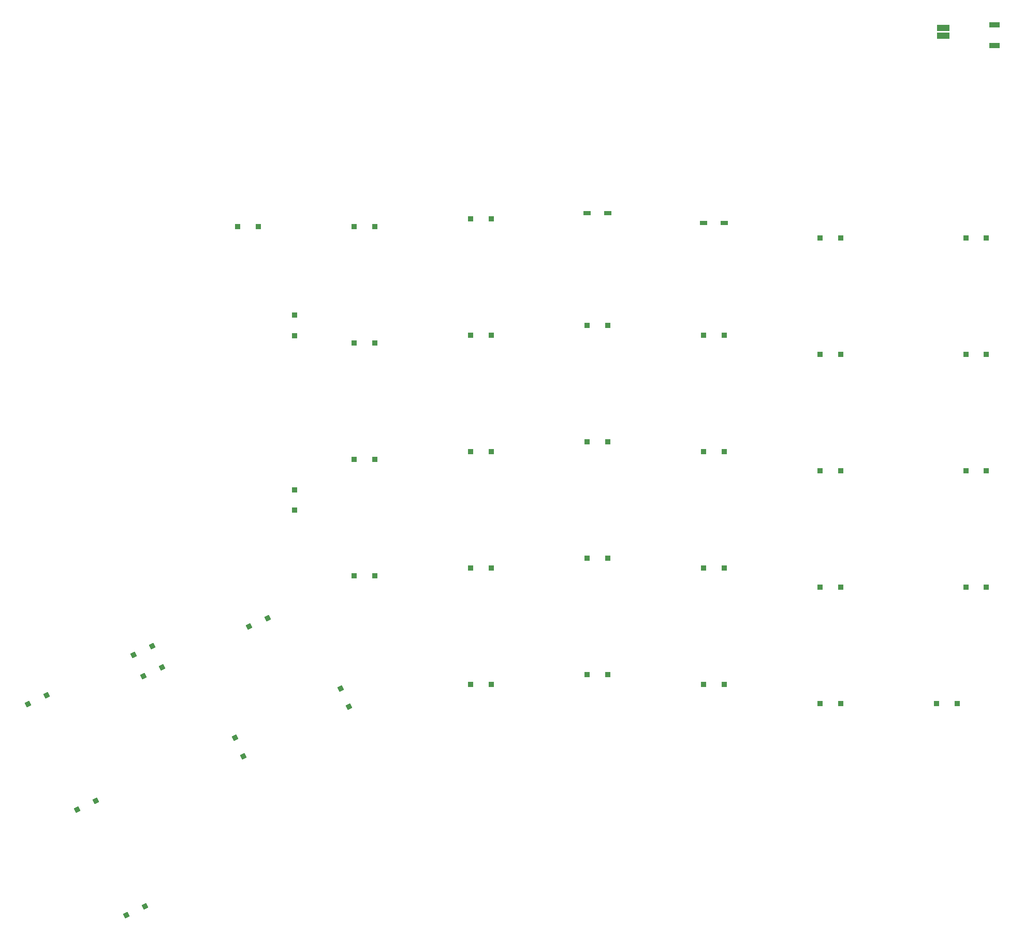
<source format=gtp>
%TF.GenerationSoftware,KiCad,Pcbnew,(6.0.5)*%
%TF.CreationDate,2022-05-21T18:25:29-06:00*%
%TF.ProjectId,ErgoDOX,4572676f-444f-4582-9e6b-696361645f70,rev?*%
%TF.SameCoordinates,Original*%
%TF.FileFunction,Paste,Top*%
%TF.FilePolarity,Positive*%
%FSLAX46Y46*%
G04 Gerber Fmt 4.6, Leading zero omitted, Abs format (unit mm)*
G04 Created by KiCad (PCBNEW (6.0.5)) date 2022-05-21 18:25:29*
%MOMM*%
%LPD*%
G01*
G04 APERTURE LIST*
G04 Aperture macros list*
%AMRoundRect*
0 Rectangle with rounded corners*
0 $1 Rounding radius*
0 $2 $3 $4 $5 $6 $7 $8 $9 X,Y pos of 4 corners*
0 Add a 4 corners polygon primitive as box body*
4,1,4,$2,$3,$4,$5,$6,$7,$8,$9,$2,$3,0*
0 Add four circle primitives for the rounded corners*
1,1,$1+$1,$2,$3*
1,1,$1+$1,$4,$5*
1,1,$1+$1,$6,$7*
1,1,$1+$1,$8,$9*
0 Add four rect primitives between the rounded corners*
20,1,$1+$1,$2,$3,$4,$5,0*
20,1,$1+$1,$4,$5,$6,$7,0*
20,1,$1+$1,$6,$7,$8,$9,0*
20,1,$1+$1,$8,$9,$2,$3,0*%
%AMRotRect*
0 Rectangle, with rotation*
0 The origin of the aperture is its center*
0 $1 length*
0 $2 width*
0 $3 Rotation angle, in degrees counterclockwise*
0 Add horizontal line*
21,1,$1,$2,0,0,$3*%
G04 Aperture macros list end*
%ADD10RoundRect,0.051100X-0.553900X-0.313900X0.553900X-0.313900X0.553900X0.313900X-0.553900X0.313900X0*%
%ADD11R,0.838200X0.838200*%
%ADD12RotRect,0.838200X0.838200X115.000000*%
%ADD13RotRect,0.838200X0.838200X25.000000*%
%ADD14R,2.032000X1.016000*%
%ADD15R,1.700000X0.900000*%
G04 APERTURE END LIST*
D10*
%TO.C,SW5:10*%
X127860000Y-70524000D03*
X127860000Y-70524000D03*
X131220000Y-70524000D03*
X131220000Y-70524000D03*
%TD*%
%TO.C,SW5:11*%
X146910000Y-72121660D03*
X146910000Y-72121660D03*
X150270000Y-72121660D03*
X150270000Y-72121660D03*
%TD*%
D11*
%TO.C,SW1:13*%
X185026300Y-150822660D03*
X188353700Y-150822660D03*
%TD*%
%TO.C,SW1:10*%
X131203700Y-146050000D03*
X127876300Y-146050000D03*
%TD*%
%TO.C,SW1:9*%
X108826300Y-147647660D03*
X112153700Y-147647660D03*
%TD*%
%TO.C,SW2:13*%
X189788800Y-131772660D03*
X193116200Y-131772660D03*
%TD*%
%TO.C,SW2:10*%
X127876300Y-127000000D03*
X131203700Y-127000000D03*
%TD*%
%TO.C,SW2:9*%
X112153700Y-128597660D03*
X108826300Y-128597660D03*
%TD*%
%TO.C,SW2:7*%
X80010000Y-119148860D03*
X80010000Y-115821460D03*
%TD*%
%TO.C,SW3:13*%
X193116200Y-112722660D03*
X189788800Y-112722660D03*
%TD*%
%TO.C,SW3:11*%
X146926300Y-109547660D03*
X150253700Y-109547660D03*
%TD*%
%TO.C,SW3:10*%
X127876300Y-107950000D03*
X131203700Y-107950000D03*
%TD*%
%TO.C,SW3:9*%
X112153700Y-109547660D03*
X108826300Y-109547660D03*
%TD*%
%TO.C,SW3:8*%
X93103700Y-110817660D03*
X89776300Y-110817660D03*
%TD*%
%TO.C,SW4:13*%
X189788800Y-93672660D03*
X193116200Y-93672660D03*
%TD*%
%TO.C,SW4:12*%
X169303700Y-93672660D03*
X165976300Y-93672660D03*
%TD*%
%TO.C,SW4:11*%
X150253700Y-90497660D03*
X146926300Y-90497660D03*
%TD*%
%TO.C,SW4:10*%
X127876300Y-88900000D03*
X131203700Y-88900000D03*
%TD*%
%TO.C,SW4:9*%
X112153700Y-90497660D03*
X108826300Y-90497660D03*
%TD*%
%TO.C,SW4:8*%
X89776300Y-91767660D03*
X93103700Y-91767660D03*
%TD*%
%TO.C,SW4:7*%
X80010000Y-90573860D03*
X80010000Y-87246460D03*
%TD*%
D12*
%TO.C,SW0:10*%
X87505815Y-148337305D03*
X88912035Y-151352953D03*
%TD*%
D13*
%TO.C,SW0:12*%
X55528175Y-184002955D03*
X52512527Y-185409175D03*
%TD*%
D12*
%TO.C,SW0:11*%
X70241435Y-156389105D03*
X71647655Y-159404753D03*
%TD*%
D13*
%TO.C,SW0:9*%
X44460727Y-168142255D03*
X47476375Y-166736035D03*
%TD*%
%TO.C,SW0:7*%
X36411467Y-150877875D03*
X39427115Y-149471655D03*
%TD*%
D11*
%TO.C,SW1:11*%
X150253700Y-147647660D03*
X146926300Y-147647660D03*
%TD*%
D13*
%TO.C,SW0:8*%
X56691495Y-141422395D03*
X53675847Y-142828615D03*
%TD*%
D11*
%TO.C,SW5:13*%
X189788800Y-74625200D03*
X193116200Y-74625200D03*
%TD*%
%TO.C,SW5:9*%
X112153700Y-71447660D03*
X108826300Y-71447660D03*
%TD*%
%TO.C,SW5:12*%
X165976300Y-74625200D03*
X169303700Y-74625200D03*
%TD*%
%TO.C,SW5:8*%
X89776300Y-72720200D03*
X93103700Y-72720200D03*
%TD*%
%TO.C,SW5:7*%
X70726300Y-72720200D03*
X74053700Y-72720200D03*
%TD*%
%TO.C,SW2:11*%
X146926300Y-128597660D03*
X150253700Y-128597660D03*
%TD*%
%TO.C,SW2:8*%
X93103700Y-129867660D03*
X89776300Y-129867660D03*
%TD*%
%TO.C,SW3:12*%
X169303700Y-112722660D03*
X165976300Y-112722660D03*
%TD*%
%TO.C,SW2:12*%
X169303700Y-131772660D03*
X165976300Y-131772660D03*
%TD*%
%TO.C,SW1:12*%
X165976300Y-150822660D03*
X169303700Y-150822660D03*
%TD*%
D13*
%TO.C,D1:8*%
X75566604Y-136822650D03*
X72550956Y-138228870D03*
%TD*%
%TO.C,D1:7*%
X58302224Y-144874450D03*
X55286576Y-146280670D03*
%TD*%
D14*
%TO.C,JP1*%
X186130000Y-40255000D03*
X186130000Y-41525000D03*
%TD*%
D15*
%TO.C,SW_RST1*%
X194500000Y-39750000D03*
X194500000Y-43150000D03*
%TD*%
M02*

</source>
